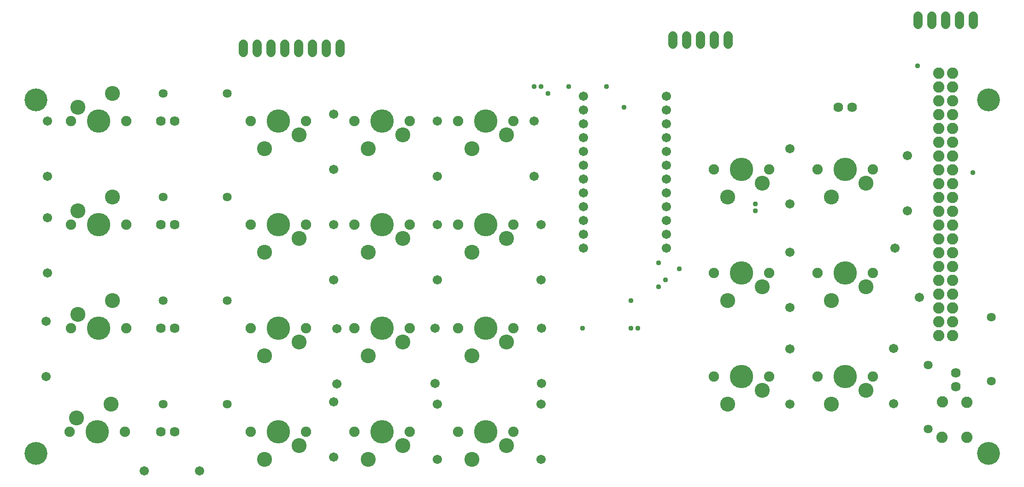
<source format=gbr>
G04 EAGLE Gerber RS-274X export*
G75*
%MOMM*%
%FSLAX34Y34*%
%LPD*%
%INSoldermask Top*%
%IPPOS*%
%AMOC8*
5,1,8,0,0,1.08239X$1,22.5*%
G01*
G04 Define Apertures*
%ADD10C,4.203200*%
%ADD11C,1.784200*%
%ADD12C,1.727200*%
%ADD13C,2.082800*%
%ADD14C,1.633200*%
%ADD15C,1.711200*%
%ADD16C,2.743200*%
%ADD17C,1.903200*%
%ADD18C,4.303200*%
%ADD19C,0.959600*%
D10*
X1800000Y-50000D03*
X50000Y-700000D03*
X50000Y-50000D03*
X1800000Y-700000D03*
D11*
X279400Y-88900D03*
X304800Y-88900D03*
X279400Y-279400D03*
X304800Y-279400D03*
X279400Y-469900D03*
X304800Y-469900D03*
X279400Y-660400D03*
X304800Y-660400D03*
X1549400Y-63500D03*
X1524000Y-63500D03*
D12*
X431241Y36788D02*
X431241Y52028D01*
X456641Y52028D02*
X456641Y36788D01*
X482041Y36788D02*
X482041Y52028D01*
X507441Y52028D02*
X507441Y36788D01*
X532841Y36788D02*
X532841Y52028D01*
X558241Y52028D02*
X558241Y36788D01*
X583641Y36788D02*
X583641Y52028D01*
X609041Y52028D02*
X609041Y36788D01*
D13*
X1733854Y-483258D03*
X1708454Y-483258D03*
X1733854Y-457858D03*
X1708454Y-457858D03*
X1733854Y-432458D03*
X1708454Y-432458D03*
X1733854Y-407058D03*
X1708454Y-407058D03*
X1733854Y-381658D03*
X1708454Y-381658D03*
X1733854Y-356258D03*
X1708454Y-356258D03*
X1733854Y-330858D03*
X1708454Y-330858D03*
X1733854Y-305458D03*
X1708454Y-305458D03*
X1733854Y-280058D03*
X1708454Y-280058D03*
X1733854Y-254658D03*
X1708454Y-254658D03*
X1733854Y-229258D03*
X1708454Y-229258D03*
X1733854Y-203858D03*
X1708454Y-203858D03*
X1733854Y-178458D03*
X1708454Y-178458D03*
X1733854Y-153058D03*
X1708454Y-153058D03*
X1733854Y-127658D03*
X1708454Y-127658D03*
X1733854Y-102258D03*
X1708454Y-102258D03*
X1733854Y-76858D03*
X1708454Y-76858D03*
X1733854Y-51458D03*
X1708454Y-51458D03*
X1733854Y-26058D03*
X1708454Y-26058D03*
X1733854Y-658D03*
X1708454Y-658D03*
D12*
X1220077Y52399D02*
X1220077Y67639D01*
X1245477Y67639D02*
X1245477Y52399D01*
X1270877Y52399D02*
X1270877Y67639D01*
X1296277Y67639D02*
X1296277Y52399D01*
X1321677Y52399D02*
X1321677Y67639D01*
X1670980Y88652D02*
X1670980Y103892D01*
X1696380Y103892D02*
X1696380Y88652D01*
X1721780Y88652D02*
X1721780Y103892D01*
X1747180Y103892D02*
X1747180Y88652D01*
X1772580Y88652D02*
X1772580Y103892D01*
D11*
X1739839Y-552225D03*
X1739839Y-577625D03*
D14*
X1805196Y-567458D03*
X1805196Y-449858D03*
D15*
X1056118Y-43100D03*
X1056118Y-68500D03*
X1056118Y-93900D03*
X1056118Y-119300D03*
X1056118Y-144700D03*
X1056118Y-170100D03*
X1056118Y-195500D03*
X1056118Y-220900D03*
X1056118Y-246300D03*
X1056118Y-271700D03*
X1056118Y-297100D03*
X1056118Y-322500D03*
X1208518Y-322500D03*
X1208518Y-297100D03*
X1208518Y-271700D03*
X1208518Y-246300D03*
X1208518Y-220900D03*
X1208518Y-195500D03*
X1208518Y-170100D03*
X1208518Y-144700D03*
X1208518Y-119300D03*
X1208518Y-93900D03*
X1208518Y-68500D03*
X1208518Y-43100D03*
D14*
X401700Y-609600D03*
X284100Y-609600D03*
X1689100Y-538100D03*
X1689100Y-655700D03*
X401700Y-419100D03*
X284100Y-419100D03*
X401700Y-228600D03*
X284100Y-228600D03*
X401700Y-38100D03*
X284100Y-38100D03*
D16*
X127000Y-63500D03*
X190500Y-38100D03*
D17*
X114300Y-88900D03*
X215900Y-88900D03*
D18*
X165100Y-88900D03*
D16*
X533400Y-114300D03*
X469900Y-139700D03*
D17*
X546100Y-88900D03*
X444500Y-88900D03*
D18*
X495300Y-88900D03*
D16*
X723900Y-114300D03*
X660400Y-139700D03*
D17*
X736600Y-88900D03*
X635000Y-88900D03*
D18*
X685800Y-88900D03*
D16*
X914400Y-114300D03*
X850900Y-139700D03*
D17*
X927100Y-88900D03*
X825500Y-88900D03*
D18*
X876300Y-88900D03*
D16*
X1384300Y-203200D03*
X1320800Y-228600D03*
D17*
X1397000Y-177800D03*
X1295400Y-177800D03*
D18*
X1346200Y-177800D03*
D16*
X1574800Y-203200D03*
X1511300Y-228600D03*
D17*
X1587500Y-177800D03*
X1485900Y-177800D03*
D18*
X1536700Y-177800D03*
D16*
X127000Y-254000D03*
X190500Y-228600D03*
D17*
X114300Y-279400D03*
X215900Y-279400D03*
D18*
X165100Y-279400D03*
D16*
X533400Y-304800D03*
X469900Y-330200D03*
D17*
X546100Y-279400D03*
X444500Y-279400D03*
D18*
X495300Y-279400D03*
D16*
X723900Y-304800D03*
X660400Y-330200D03*
D17*
X736600Y-279400D03*
X635000Y-279400D03*
D18*
X685800Y-279400D03*
D16*
X914400Y-304800D03*
X850900Y-330200D03*
D17*
X927100Y-279400D03*
X825500Y-279400D03*
D18*
X876300Y-279400D03*
D16*
X1384300Y-393700D03*
X1320800Y-419100D03*
D17*
X1397000Y-368300D03*
X1295400Y-368300D03*
D18*
X1346200Y-368300D03*
D16*
X1574800Y-393700D03*
X1511300Y-419100D03*
D17*
X1587500Y-368300D03*
X1485900Y-368300D03*
D18*
X1536700Y-368300D03*
D16*
X1574800Y-584200D03*
X1511300Y-609600D03*
D17*
X1587500Y-558800D03*
X1485900Y-558800D03*
D18*
X1536700Y-558800D03*
D16*
X1384300Y-584200D03*
X1320800Y-609600D03*
D17*
X1397000Y-558800D03*
X1295400Y-558800D03*
D18*
X1346200Y-558800D03*
D16*
X914400Y-495300D03*
X850900Y-520700D03*
D17*
X927100Y-469900D03*
X825500Y-469900D03*
D18*
X876300Y-469900D03*
D16*
X723900Y-495300D03*
X660400Y-520700D03*
D17*
X736600Y-469900D03*
X635000Y-469900D03*
D18*
X685800Y-469900D03*
D16*
X533400Y-495300D03*
X469900Y-520700D03*
D17*
X546100Y-469900D03*
X444500Y-469900D03*
D18*
X495300Y-469900D03*
D16*
X127000Y-444500D03*
X190500Y-419100D03*
D17*
X114300Y-469900D03*
X215900Y-469900D03*
D18*
X165100Y-469900D03*
D16*
X124460Y-635000D03*
X187960Y-609600D03*
D17*
X111760Y-660400D03*
X213360Y-660400D03*
D18*
X162560Y-660400D03*
D16*
X533400Y-685800D03*
X469900Y-711200D03*
D17*
X546100Y-660400D03*
X444500Y-660400D03*
D18*
X495300Y-660400D03*
D16*
X723900Y-685800D03*
X660400Y-711200D03*
D17*
X736600Y-660400D03*
X635000Y-660400D03*
D18*
X685800Y-660400D03*
D16*
X914400Y-685800D03*
X850900Y-711200D03*
D17*
X927100Y-660400D03*
X825500Y-660400D03*
D18*
X876300Y-660400D03*
D15*
X71200Y-88900D03*
X71200Y-190500D03*
X596900Y-76200D03*
X596900Y-177800D03*
X787400Y-88900D03*
X787400Y-190500D03*
X71200Y-266700D03*
X71200Y-368300D03*
X596900Y-279400D03*
X596900Y-381000D03*
X787400Y-279400D03*
X787400Y-381000D03*
X965200Y-88900D03*
X965200Y-190500D03*
X977900Y-279400D03*
X977900Y-381000D03*
X1435100Y-139700D03*
X1435100Y-241300D03*
X1435100Y-330200D03*
X1435100Y-431800D03*
X1651000Y-152400D03*
X1651000Y-254000D03*
X1628333Y-322837D03*
X1673667Y-413763D03*
X1625600Y-507512D03*
X1625600Y-609112D03*
X1435100Y-508000D03*
X1435100Y-609600D03*
X978700Y-469900D03*
X978700Y-571500D03*
X783764Y-469900D03*
X783764Y-571500D03*
X603079Y-470700D03*
X603079Y-572300D03*
X68500Y-457200D03*
X68500Y-558800D03*
X249000Y-732300D03*
X350600Y-732300D03*
X596900Y-605300D03*
X596900Y-706900D03*
X787400Y-609600D03*
X787400Y-711200D03*
X977900Y-609600D03*
X977900Y-711200D03*
D13*
X1760622Y-606023D03*
X1760282Y-671046D03*
X1715411Y-605786D03*
X1715070Y-670809D03*
D19*
X1670050Y12700D03*
X1098550Y-25400D03*
X1028700Y-25400D03*
X1193800Y-393700D03*
X1771650Y-184150D03*
X1193800Y-350020D03*
X1206500Y-381000D03*
X1231900Y-360962D03*
X1143000Y-419100D03*
X1054100Y-469900D03*
X1143000Y-469900D03*
X1371600Y-241300D03*
X1130300Y-63500D03*
X990600Y-38100D03*
X965200Y-25400D03*
X977900Y-25400D03*
X1155700Y-469900D03*
X1371600Y-254000D03*
M02*

</source>
